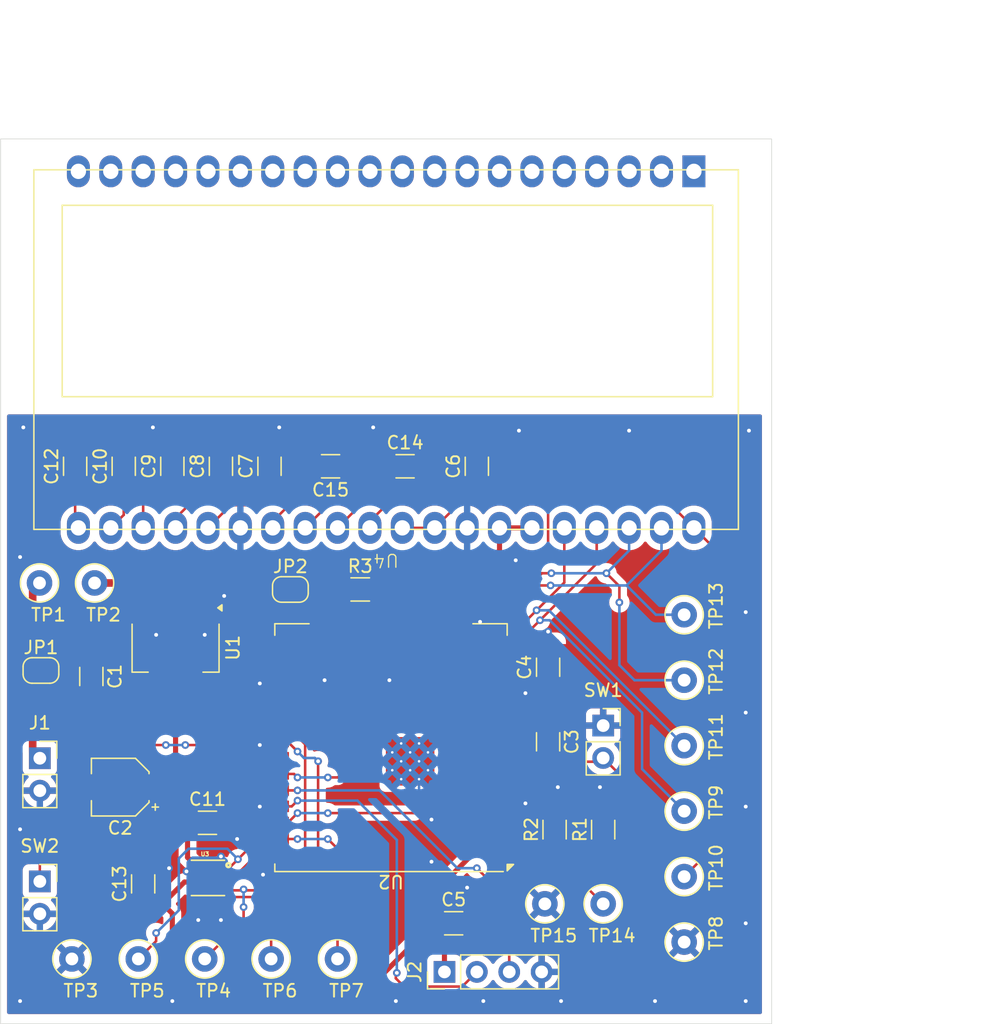
<source format=kicad_pcb>
(kicad_pcb (version 20240108) (generator "pcbnew") (generator_version "8.0")
  (layers (0 "F.Cu" signal) (31 "B.Cu" signal) (34 "B.Paste" user) (35 "F.Paste" user) (36 "B.SilkS" user "B.Silkscreen") (37 "F.SilkS" user "F.Silkscreen") (38 "B.Mask" user) (39 "F.Mask" user) (44 "Edge.Cuts" user))
  (net 0 "")
  (net 1 "+5V")
  (net 2 "GND")
  (net 3 "+3V3")
  (net 4 "Net-(C3-Pad2)")
  (net 5 "Net-(U2-EN)")
  (net 6 "Net-(U4-CAP3P)")
  (net 7 "Net-(U4-V4)")
  (net 8 "Net-(U4-V3)")
  (net 9 "Net-(U4-V2)")
  (net 10 "Net-(U4-V1)")
  (net 11 "Net-(U4-V0)")
  (net 12 "Net-(U4-CAP1N)")
  (net 13 "Net-(U4-CAP1P)")
  (net 14 "Net-(U4-CAP2P)")
  (net 15 "Net-(U4-CAP2N)")
  (net 16 "Net-(J1-Pin_1)")
  (net 17 "Net-(U2-IO18)")
  (net 18 "Net-(U2-IO5)")
  (net 19 "Net-(U2-IO19)")
  (net 20 "Net-(U2-IO23)")
  (net 21 "Net-(U2-IO14)")
  (net 22 "Net-(U2-IO15)")
  (net 23 "Net-(U2-IO12)")
  (net 24 "Net-(U2-IO21)")
  (net 25 "Net-(U2-IO22)")
  (net 37 "Net-(JP2-B)")
  (net 38 "Net-(J2-Pin_3)")
  (net 43 "Net-(JP2-A)")
  (net 46 "Net-(J2-Pin_2)")
  (net 50 "Net-(U2-IO0)")
  (footprint "Capacitor_SMD:C_1206_3216Metric_Pad1.33x1.80mm_HandSolder" (layer "F.Cu") (at 157.734 56.388 90)
    (property "Reference" "C6")
    (property "Value" "1 uF")
  )
  (footprint "gos:DOGM132-5" (layer "F.Cu") (at 150.622 43.434 180)
    (property "Reference" "U4")
    (property "Value" "~")
  )
  (footprint "RF_Module:ESP32-WROOM-32UE" (layer "F.Cu") (at 151.003 78.438 180)
    (property "Reference" "U2")
    (property "Value" "ESP32-WROOM-32UE")
  )
  (footprint "TestPoint:TestPoint_Loop_D2.50mm_Drill1.0mm" (layer "F.Cu") (at 167.64 90.678)
    (property "Reference" "TP14")
    (property "Value" "EN")
  )
  (footprint "Capacitor_SMD:C_1206_3216Metric_Pad1.33x1.80mm_HandSolder" (layer "F.Cu") (at 130.048 56.388 90)
    (property "Reference" "C10")
    (property "Value" "1 uF")
  )
  (footprint "Capacitor_SMD:C_1206_3216Metric_Pad1.33x1.80mm_HandSolder" (layer "F.Cu") (at 152.1075 56.388)
    (property "Reference" "C14")
    (property "Value" "1 uF")
  )
  (footprint "TestPoint:TestPoint_Loop_D2.50mm_Drill1.0mm" (layer "F.Cu") (at 146.812 94.996)
    (property "Reference" "TP7")
    (property "Value" "VSPI MOSI")
  )
  (footprint "Capacitor_SMD:C_1206_3216Metric_Pad1.33x1.80mm_HandSolder" (layer "F.Cu") (at 163.322 72.136 90)
    (property "Reference" "C4")
    (property "Value" "1 uF")
  )
  (footprint "Connector_PinHeader_2.54mm:PinHeader_1x04_P2.54mm_Vertical" (layer "F.Cu") (at 155.194 96.012 90)
    (property "Reference" "J2")
    (property "Value" "UART")
  )
  (footprint "Capacitor_SMD:C_1206_3216Metric_Pad1.33x1.80mm_HandSolder" (layer "F.Cu") (at 141.478 56.388 90)
    (property "Reference" "C7")
    (property "Value" "1 uF")
  )
  (footprint "TestPoint:TestPoint_Loop_D2.50mm_Drill1.0mm" (layer "F.Cu") (at 125.984 94.996)
    (property "Reference" "TP3")
    (property "Value" "VSPI GND")
  )
  (footprint "Capacitor_SMD:C_1206_3216Metric_Pad1.33x1.80mm_HandSolder" (layer "F.Cu") (at 133.858 56.388 90)
    (property "Reference" "C9")
    (property "Value" "1 uF")
  )
  (footprint "TestPoint:TestPoint_Loop_D2.50mm_Drill1.0mm" (layer "F.Cu") (at 173.99 93.6752 90)
    (property "Reference" "TP8")
    (property "Value" "HSPI GND")
  )
  (footprint "TestPoint:TestPoint_Loop_D2.50mm_Drill1.0mm" (layer "F.Cu") (at 173.99 88.5444 90)
    (property "Reference" "TP10")
    (property "Value" "HSPI CS")
  )
  (footprint "Capacitor_SMD:C_1206_3216Metric_Pad1.33x1.80mm_HandSolder" (layer "F.Cu") (at 155.9175 92.202)
    (property "Reference" "C5")
    (property "Value" "100 nF")
  )
  (footprint "Connector_PinSocket_2.54mm:PinSocket_1x02_P2.54mm_Vertical" (layer "F.Cu") (at 123.469 88.92)
    (property "Reference" "SW2")
    (property "Value" "BOOT")
  )
  (footprint "TestPoint:TestPoint_Loop_D2.50mm_Drill1.0mm" (layer "F.Cu") (at 136.398 94.996)
    (property "Reference" "TP4")
    (property "Value" "VSPI CLK")
  )
  (footprint "TestPoint:TestPoint_Loop_D2.50mm_Drill1.0mm" (layer "F.Cu") (at 173.99 73.152 90)
    (property "Reference" "TP12")
    (property "Value" "A0")
  )
  (footprint "Package_TO_SOT_SMD:SOT-223-3_TabPin2" (layer "F.Cu") (at 134.112 70.612 -90)
    (property "Reference" "U1")
    (property "Value" "LD1117S33TR_SOT223")
  )
  (footprint "TestPoint:TestPoint_Loop_D2.50mm_Drill1.0mm" (layer "F.Cu") (at 141.605 94.996)
    (property "Reference" "TP6")
    (property "Value" "VSPI MISO")
  )
  (footprint "TestPoint:TestPoint_Loop_D2.50mm_Drill1.0mm" (layer "F.Cu") (at 173.99 68.0212 90)
    (property "Reference" "TP13")
    (property "Value" "DISP RST")
  )
  (footprint "gos:PSON65P250X250X100-8N" (layer "F.Cu") (at 136.652 88.646)
    (property "Reference" "U3")
    (property "Value" "BME280")
  )
  (footprint "Capacitor_SMD:CP_Elec_4x5.4" (layer "F.Cu") (at 129.772 81.534 180)
    (property "Reference" "C2")
    (property "Value" "22 uF")
  )
  (footprint "Resistor_SMD:R_1206_3216Metric_Pad1.30x1.75mm_HandSolder" (layer "F.Cu") (at 167.64 84.862 90)
    (property "Reference" "R1")
    (property "Value" "10")
  )
  (footprint "TestPoint:TestPoint_Loop_D2.50mm_Drill1.0mm" (layer "F.Cu") (at 173.99 78.2828 90)
    (property "Reference" "TP11")
    (property "Value" "HSPI MISO")
  )
  (footprint "Connector_PinSocket_2.54mm:PinSocket_1x02_P2.54mm_Vertical" (layer "F.Cu") (at 167.64 76.708)
    (property "Reference" "SW1")
    (property "Value" "EN")
  )
  (footprint "Capacitor_SMD:C_1206_3216Metric_Pad1.33x1.80mm_HandSolder" (layer "F.Cu") (at 146.2655 56.388 180)
    (property "Reference" "C15")
    (property "Value" "1 uF")
  )
  (footprint "Capacitor_SMD:C_1206_3216Metric_Pad1.33x1.80mm_HandSolder" (layer "F.Cu") (at 136.6135 84.328)
    (property "Reference" "C11")
    (property "Value" "100 nF")
  )
  (footprint "Capacitor_SMD:C_1206_3216Metric_Pad1.33x1.80mm_HandSolder" (layer "F.Cu") (at 126.238 56.388 90)
    (property "Reference" "C12")
    (property "Value" "1 uF")
  )
  (footprint "Capacitor_SMD:C_1206_3216Metric_Pad1.33x1.80mm_HandSolder" (layer "F.Cu") (at 163.322 77.978 -90)
    (property "Reference" "C3")
    (property "Value" "100 nF")
  )
  (footprint "Capacitor_SMD:C_1206_3216Metric_Pad1.33x1.80mm_HandSolder" (layer "F.Cu") (at 131.572 89.1155 90)
    (property "Reference" "C13")
    (property "Value" "100 nF")
  )
  (footprint "TestPoint:TestPoint_Loop_D2.50mm_Drill1.0mm" (layer "F.Cu") (at 123.444 65.532)
    (property "Reference" "TP1")
    (property "Value" "I")
  )
  (footprint "Resistor_SMD:R_1206_3216Metric_Pad1.30x1.75mm_HandSolder" (layer "F.Cu") (at 163.83 84.862 90)
    (property "Reference" "R2")
    (property "Value" "10k")
  )
  (footprint "Resistor_SMD:R_1206_3216Metric_Pad1.30x1.75mm_HandSolder" (layer "F.Cu") (at 148.59 66.04)
    (property "Reference" "R3")
    (property "Value" "10k")
  )
  (footprint "TestPoint:TestPoint_Loop_D2.50mm_Drill1.0mm" (layer "F.Cu") (at 163.068 90.678)
    (property "Reference" "TP15")
    (property "Value" "EN GND")
  )
  (footprint "Jumper:SolderJumper-2_P1.3mm_Open_RoundedPad1.0x1.5mm" (layer "F.Cu") (at 123.556 72.39)
    (property "Reference" "JP1")
    (property "Value" "ID_WP")
  )
  (footprint "Jumper:SolderJumper-2_P1.3mm_Open_RoundedPad1.0x1.5mm" (layer "F.Cu") (at 143.114 66.04)
    (property "Reference" "JP2")
    (property "Value" "ID_WP")
  )
  (footprint "TestPoint:TestPoint_Loop_D2.50mm_Drill1.0mm" (layer "F.Cu") (at 127.762 65.532)
    (property "Reference" "TP2")
    (property "Value" "I")
  )
  (footprint "TestPoint:TestPoint_Loop_D2.50mm_Drill1.0mm" (layer "F.Cu") (at 131.191 94.996)
    (property "Reference" "TP5")
    (property "Value" "VSPI CS")
  )
  (footprint "TestPoint:TestPoint_Loop_D2.50mm_Drill1.0mm" (layer "F.Cu") (at 173.99 83.4136 90)
    (property "Reference" "TP9")
    (property "Value" "HSPI CLK")
  )
  (footprint "Capacitor_SMD:C_1206_3216Metric_Pad1.33x1.80mm_HandSolder" (layer "F.Cu") (at 137.668 56.388 90)
    (property "Reference" "C8")
    (property "Value" "1 uF")
  )
  (footprint "Connector_PinSocket_2.54mm:PinSocket_1x02_P2.54mm_Vertical" (layer "F.Cu") (at 123.469 79.268)
    (property "Reference" "J1")
    (property "Value" "Power")
  )
  (footprint "Capacitor_SMD:C_1206_3216Metric_Pad1.33x1.80mm_HandSolder" (layer "F.Cu") (at 127.508 72.8595 -90)
    (property "Reference" "C1")
    (property "Value" ".1 uF")
  )
  (gr_rect (start 120.396 30.734) (end 180.848 100.076) (stroke (width 0.05)) (fill none) (layer "Edge.Cuts"))
  (segment (start 127.508 71.297) (end 127.508 69.85) (width 0.6) (layer "F.Cu") (net 1))
  (segment (start 129.882 65.532) (end 127.762 65.532) (width 0.6) (layer "F.Cu") (net 1))
  (segment (start 124.46 72.39) (end 125.553 71.297) (width 0.6) (layer "F.Cu") (net 1))
  (segment (start 127.508 69.85) (end 127.762 69.596) (width 0.6) (layer "F.Cu") (net 1))
  (segment (start 131.812 67.462) (end 129.882 65.532) (width 0.6) (layer "F.Cu") (net 1))
  (segment (start 124.206 72.39) (end 124.46 72.39) (width 0.6) (layer "F.Cu") (net 1))
  (segment (start 125.553 71.297) (end 127.508 71.297) (width 0.6) (layer "F.Cu") (net 1))
  (segment (start 127.762 69.596) (end 129.678 69.596) (width 0.6) (layer "F.Cu") (net 1))
  (segment (start 129.678 69.596) (end 131.812 67.462) (width 0.6) (layer "F.Cu") (net 1))
  (segment (start 135.149 88.321) (end 134.966 88.138) (width 0.2) (layer "F.Cu") (net 2))
  (segment (start 156.718 69.088) (end 157.48 69.088) (width 0.2) (layer "F.Cu") (net 2))
  (segment (start 131.572 87.553) (end 133.273 87.553) (width 0.2) (layer "F.Cu") (net 2))
  (segment (start 157.48 92.202) (end 157.48 89.916) (width 0.2) (layer "F.Cu") (net 2))
  (segment (start 136.818 67.056) (end 136.412 67.462) (width 0.2) (layer "F.Cu") (net 2))
  (segment (start 137.622 87.671) (end 137.622 87.006) (width 0.2) (layer "F.Cu") (net 2))
  (segment (start 157.48 89.916) (end 156.972 89.408) (width 0.2) (layer "F.Cu") (net 2))
  (segment (start 138.176 84.328) (end 138.176 84.836) (width 0.2) (layer "F.Cu") (net 2))
  (segment (start 135.682 88.321) (end 135.149 88.321) (width 0.2) (layer "F.Cu") (net 2))
  (segment (start 137.922 66.548) (end 137.414 67.056) (width 0.4) (layer "F.Cu") (net 2))
  (segment (start 137.622 87.006) (end 137.668 86.96) (width 0.2) (layer "F.Cu") (net 2))
  (segment (start 133.273 87.553) (end 133.604 87.884) (width 0.2) (layer "F.Cu") (net 2))
  (segment (start 137.414 67.056) (end 136.818 67.056) (width 0.4) (layer "F.Cu") (net 2))
  (segment (start 142.253 86.848) (end 142.253 87.109) (width 0.2) (layer "F.Cu") (net 2))
  (segment (start 138.176 84.836) (end 138.938 85.598) (width 0.2) (layer "F.Cu") (net 2))
  (segment (start 157.48 69.088) (end 157.988 68.58) (width 0.2) (layer "F.Cu") (net 2))
  (segment (start 163.322 69.342) (end 163.322 70.5735) (width 0.2) (layer "F.Cu") (net 2))
  (segment (start 142.253 87.109) (end 140.97 88.392) (width 0.2) (layer "F.Cu") (net 2))
  (via (at 161.544 74.168) (size 0.6) (drill 0.3) (layers "F.Cu" "B.Cu") (net 2))
  (via (at 164.084 81.534) (size 0.6) (drill 0.3) (layers "F.Cu" "B.Cu") (net 2))
  (via (at 136.398 69.596) (size 0.6) (drill 0.3) (layers "F.Cu" "B.Cu") (net 2))
  (via (at 135.89 91.948) (size 0.6) (drill 0.3) (layers "F.Cu" "B.Cu") (net 2))
  (via (at 156.972 89.408) (size 0.6) (drill 0.3) (layers "F.Cu" "B.Cu") (net 2))
  (via (at 140.716 73.406) (size 0.6) (drill 0.3) (layers "F.Cu" "B.Cu") (net 2))
  (via (at 150.876 73.152) (size 0.6) (drill 0.3) (layers "F.Cu" "B.Cu") (net 2))
  (via (at 169.672 53.594) (size 0.6) (drill 0.3) (layers "F.Cu" "B.Cu") (net 2))
  (via (at 137.668 86.96) (size 0.6) (drill 0.3) (layers "F.Cu" "B.Cu") (net 2))
  (via (at 140.97 88.392) (size 0.6) (drill 0.3) (layers "F.Cu" "B.Cu") (net 2))
  (via (at 149.606 53.34) (size 0.6) (drill 0.3) (layers "F.Cu" "B.Cu") (net 2))
  (via (at 179.07 53.594) (size 0.6) (drill 0.3) (layers "F.Cu" "B.Cu") (net 2))
  (via (at 161.544 82.804) (size 0.6) (drill 0.3) (layers "F.Cu" "B.Cu") (net 2))
  (via (at 142.24 53.34) (size 0.6) (drill 0.3) (layers "F.Cu" "B.Cu") (net 2))
  (via (at 178.816 67.818) (size 0.6) (drill 0.3) (layers "F.Cu" "B.Cu") (net 2))
  (via (at 171.704 98.298) (size 0.6) (drill 0.3) (layers "F.Cu" "B.Cu") (net 2))
  (via (at 133.604 87.884) (size 0.6) (drill 0.3) (layers "F.Cu" "B.Cu") (net 2))
  (via (at 164.338 98.298) (size 0.6) (drill 0.3) (layers "F.Cu" "B.Cu") (net 2))
  (via (at 154.178 87.376) (size 0.6) (drill 0.3) (layers "F.Cu" "B.Cu") (net 2))
  (via (at 163.322 69.342) (size 0.6) (drill 0.3) (layers "F.Cu" "B.Cu") (net 2))
  (via (at 178.816 83.058) (size 0.6) (drill 0.3) (layers "F.Cu" "B.Cu") (net 2))
  (via (at 145.796 73.152) (size 0.6) (drill 0.3) (layers "F.Cu" "B.Cu") (net 2))
  (via (at 157.988 68.58) (size 0.6) (drill 0.3) (layers "F.Cu" "B.Cu") (net 2))
  (via (at 137.922 66.548) (size 0.6) (drill 0.3) (layers "F.Cu" "B.Cu") (net 2))
  (via (at 132.334 53.34) (size 0.6) (drill 0.3) (layers "F.Cu" "B.Cu") (net 2))
  (via (at 121.92 98.298) (size 0.6) (drill 0.3) (layers "F.Cu" "B.Cu") (net 2))
  (via (at 178.816 98.298) (size 0.6) (drill 0.3) (layers "F.Cu" "B.Cu") (net 2))
  (via (at 121.92 84.836) (size 0.6) (drill 0.3) (layers "F.Cu" "B.Cu") (net 2))
  (via (at 121.92 63.5) (size 0.6) (drill 0.3) (layers "F.Cu" "B.Cu") (net 2))
  (via (at 161.036 53.594) (size 0.6) (drill 0.3) (layers "F.Cu" "B.Cu") (net 2))
  (via (at 178.816 75.692) (size 0.6) (drill 0.3) (layers "F.Cu" "B.Cu") (net 2))
  (via (at 140.716 83.058) (size 0.6) (drill 0.3) (layers "F.Cu" "B.Cu") (net 2))
  (via (at 167.386 81.534) (size 0.6) (drill 0.3) (layers "F.Cu" "B.Cu") (net 2))
  (via (at 122.174 53.34) (size 0.6) (drill 0.3) (layers "F.Cu" "B.Cu") (net 2))
  (via (at 132.588 69.596) (size 0.6) (drill 0.3) (layers "F.Cu" "B.Cu") (net 2))
  (via (at 134.966 88.138) (size 0.6) (drill 0.3) (layers "F.Cu" "B.Cu") (net 2))
  (via (at 158.242 98.298) (size 0.6) (drill 0.3) (layers "F.Cu" "B.Cu") (net 2))
  (via (at 140.716 78.232) (size 0.6) (drill 0.3) (layers "F.Cu" "B.Cu") (net 2))
  (via (at 133.858 98.298) (size 0.6) (drill 0.3) (layers "F.Cu" "B.Cu") (net 2))
  (via (at 160.782 63.754) (size 0.6) (drill 0.3) (layers "F.Cu" "B.Cu") (net 2))
  (via (at 154.178 84.074) (size 0.6) (drill 0.3) (layers "F.Cu" "B.Cu") (net 2))
  (via (at 137.668 91.948) (size 0.6) (drill 0.3) (layers "F.Cu" "B.Cu") (net 2))
  (via (at 178.816 92.202) (size 0.6) (drill 0.3) (layers "F.Cu" "B.Cu") (net 2))
  (via (at 151.384 98.298) (size 0.6) (drill 0.3) (layers "F.Cu" "B.Cu") (net 2))
  (via (at 138.938 85.598) (size 0.6) (drill 0.3) (layers "F.Cu" "B.Cu") (net 2))
  (segment (start 153.203 83.099) (end 154.178 84.074) (width 0.2) (layer "B.Cu") (net 2))
  (segment (start 156.972 89.408) (end 154.94 87.376) (width 0.2) (layer "B.Cu") (net 2))
  (segment (start 153.203 80.908) (end 153.203 83.099) (width 0.2) (layer "B.Cu") (net 2))
  (segment (start 160.528 68.58) (end 161.29 69.342) (width 0.2) (layer "B.Cu") (net 2))
  (segment (start 139.192 61.214) (end 139.192 65.278) (width 0.4) (layer "B.Cu") (net 2))
  (segment (start 154.94 87.376) (end 154.178 87.376) (width 0.2) (layer "B.Cu") (net 2))
  (segment (start 157.988 68.58) (end 160.528 68.58) (width 0.2) (layer "B.Cu") (net 2))
  (segment (start 139.192 65.278) (end 137.922 66.548) (width 0.4) (layer "B.Cu") (net 2))
  (segment (start 157.988 68.58) (end 156.972 67.564) (width 0.2) (layer "B.Cu") (net 2))
  (segment (start 156.972 67.564) (end 156.972 61.214) (width 0.2) (layer "B.Cu") (net 2))
  (segment (start 161.29 69.342) (end 163.322 69.342) (width 0.2) (layer "B.Cu") (net 2))
  (segment (start 135.051 84.328) (end 135.051 87.04) (width 0.4) (layer "F.Cu") (net 3))
  (segment (start 135.051 84.328) (end 132.334 84.328) (width 0.4) (layer "F.Cu") (net 3))
  (segment (start 131.572 81.534) (end 134.112 78.994) (width 0.4) (layer "F.Cu") (net 3))
  (segment (start 159.512 65.532) (end 159.004 66.04) (width 0.4) (layer "F.Cu") (net 3))
  (segment (start 159.753 85.578) (end 162.996 85.578) (width 0.4) (layer "F.Cu") (net 3))
  (segment (start 131.572 83.566) (end 131.572 81.534) (width 0.4) (layer "F.Cu") (net 3))
  (segment (start 133.858 91.44) (end 133.858 95.758) (width 0.4) (layer "F.Cu") (net 3))
  (segment (start 134.112 67.462) (end 134.112 73.762) (width 0.4) (layer "F.Cu") (net 3))
  (segment (start 133.096 90.678) (end 133.858 91.44) (width 0.4) (layer "F.Cu") (net 3))
  (segment (start 131.572 90.678) (end 133.096 90.678) (width 0.4) (layer "F.Cu") (net 3))
  (segment (start 155.194 93.041) (end 155.194 96.012) (width 0.4) (layer "F.Cu") (net 3))
  (segment (start 159.004 63.5) (end 159.512 62.992) (width 0.4) (layer "F.Cu") (net 3))
  (segment (start 134.112 67.462) (end 138.074 63.5) (width 0.4) (layer "F.Cu") (net 3))
  (segment (start 133.096 90.678) (end 134.803 88.971) (width 0.4) (layer "F.Cu") (net 3))
  (segment (start 129.794 86.614) (end 129.794 88.9) (width 0.4) (layer "F.Cu") (net 3))
  (segment (start 129.794 88.9) (end 131.572 90.678) (width 0.4) (layer "F.Cu") (net 3))
  (segment (start 135.051 87.04) (end 135.682 87.671) (width 0.4) (layer "F.Cu") (net 3))
  (segment (start 132.334 84.328) (end 131.572 83.566) (width 0.4) (layer "F.Cu") (net 3))
  (segment (start 135.636 97.536) (end 149.021 97.536) (width 0.4) (layer "F.Cu") (net 3))
  (segment (start 132.08 84.328) (end 129.794 86.614) (width 0.4) (layer "F.Cu") (net 3))
  (segment (start 162.996 85.578) (end 163.83 86.412) (width 0.4) (layer "F.Cu") (net 3))
  (segment (start 159.512 61.214) (end 162.052 61.214) (width 0.4) (layer "F.Cu") (net 3))
  (segment (start 132.334 84.328) (end 132.08 84.328) (width 0.4) (layer "F.Cu") (net 3))
  (segment (start 134.803 88.971) (end 135.682 88.971) (width 0.4) (layer "F.Cu") (net 3))
  (segment (start 159.512 64.008) (end 159.512 65.532) (width 0.4) (layer "F.Cu") (net 3))
  (segment (start 154.355 89.826) (end 158.603 85.578) (width 0.4) (layer "F.Cu") (net 3))
  (segment (start 159.004 63.5) (end 159.512 64.008) (width 0.4) (layer "F.Cu") (net 3))
  (segment (start 158.603 85.578) (end 159.753 85.578) (width 0.4) (layer "F.Cu") (net 3))
  (segment (start 138.074 63.5) (end 159.004 63.5) (width 0.4) (layer "F.Cu") (net 3))
  (segment (start 154.355 92.202) (end 154.355 89.826) (width 0.4) (layer "F.Cu") (net 3))
  (segment (start 159.512 62.992) (end 159.512 61.214) (width 0.4) (layer "F.Cu") (net 3))
  (segment (start 149.021 97.536) (end 154.355 92.202) (width 0.4) (layer "F.Cu") (net 3))
  (segment (start 150.14 66.04) (end 149.86 66.04) (width 0.2) (layer "F.Cu") (net 3))
  (segment (start 159.004 66.04) (end 150.14 66.04) (width 0.4) (layer "F.Cu") (net 3))
  (segment (start 133.858 95.758) (end 135.636 97.536) (width 0.4) (layer "F.Cu") (net 3))
  (segment (start 154.355 92.202) (end 155.194 93.041) (width 0.4) (layer "F.Cu") (net 3))
  (segment (start 134.112 78.994) (end 134.112 73.762) (width 0.4) (layer "F.Cu") (net 3))
  (segment (start 167.3475 79.5405) (end 167.64 79.248) (width 0.2) (layer "F.Cu") (net 4))
  (segment (start 167.64 79.248) (end 169.418 81.026) (width 0.2) (layer "F.Cu") (net 4))
  (segment (start 169.418 84.634) (end 167.64 86.412) (width 0.2) (layer "F.Cu") (net 4))
  (segment (start 169.418 81.026) (end 169.418 84.634) (width 0.2) (layer "F.Cu") (net 4))
  (segment (start 163.322 79.5405) (end 167.3475 79.5405) (width 0.2) (layer "F.Cu") (net 4))
  (segment (start 162.834 84.308) (end 163.83 83.312) (width 0.2) (layer "F.Cu") (net 5))
  (segment (start 163.83 83.312) (end 167.64 83.312) (width 0.2) (layer "F.Cu") (net 5))
  (segment (start 163.322 73.6985) (end 161.798 75.2225) (width 0.2) (layer "F.Cu") (net 5))
  (segment (start 166.116 85.344) (end 166.116 89.154) (width 0.2) (layer "F.Cu") (net 5))
  (segment (start 159.753 84.308) (end 162.834 84.308) (width 0.2) (layer "F.Cu") (net 5))
  (segment (start 161.798 81.28) (end 163.83 83.312) (width 0.2) (layer "F.Cu") (net 5))
  (segment (start 161.798 75.2225) (end 161.798 81.28) (width 0.2) (layer "F.Cu") (net 5))
  (segment (start 167.64 83.312) (end 167.64 83.82) (width 0.2) (layer "F.Cu") (net 5))
  (segment (start 167.64 83.82) (end 166.116 85.344) (width 0.2) (layer "F.Cu") (net 5))
  (segment (start 166.116 89.154) (end 167.64 90.678) (width 0.2) (layer "F.Cu") (net 5))
  (segment (start 157.734 57.9505) (end 157.6955 57.9505) (width 0.2) (layer "F.Cu") (net 6))
  (segment (start 157.6955 57.9505) (end 154.432 61.214) (width 0.2) (layer "F.Cu") (net 6))
  (segment (start 151.892 61.214) (end 154.432 61.214) (width 0.2) (layer "F.Cu") (net 6))
  (segment (start 139.9925 59.436) (end 138.43 59.436) (width 0.2) (layer "F.Cu") (net 7))
  (segment (start 138.43 59.436) (end 136.652 61.214) (width 0.2) (layer "F.Cu") (net 7))
  (segment (start 141.478 57.9505) (end 139.9925 59.436) (width 0.2) (layer "F.Cu") (net 7))
  (segment (start 136.6135 57.9505) (end 134.112 60.452) (width 0.2) (layer "F.Cu") (net 8))
  (segment (start 134.112 60.452) (end 134.112 61.214) (width 0.2) (layer "F.Cu") (net 8))
  (segment (start 137.668 57.9505) (end 136.6135 57.9505) (width 0.2) (layer "F.Cu") (net 8))
  (segment (start 132.588 57.912) (end 132.6265 57.9505) (width 0.2) (layer "F.Cu") (net 9))
  (segment (start 131.572 58.928) (end 132.588 57.912) (width 0.2) (layer "F.Cu") (net 9))
  (segment (start 131.572 61.214) (end 131.572 58.928) (width 0.2) (layer "F.Cu") (net 9))
  (segment (start 132.6265 57.9505) (end 133.858 57.9505) (width 0.2) (layer "F.Cu") (net 9))
  (segment (start 130.048 60.198) (end 129.032 61.214) (width 0.2) (layer "F.Cu") (net 10))
  (segment (start 130.048 57.9505) (end 130.048 60.198) (width 0.2) (layer "F.Cu") (net 10))
  (segment (start 126.238 60.96) (end 126.492 61.214) (width 0.2) (layer "F.Cu") (net 11))
  (segment (start 126.238 57.9505) (end 126.238 60.96) (width 0.2) (layer "F.Cu") (net 11))
  (segment (start 153.67 56.388) (end 149.352 60.706) (width 0.2) (layer "F.Cu") (net 12))
  (segment (start 149.352 60.706) (end 149.352 61.214) (width 0.2) (layer "F.Cu") (net 12))
  (segment (start 150.545 56.388) (end 150.545 57.481) (width 0.2) (layer "F.Cu") (net 13))
  (segment (start 150.545 57.481) (end 146.812 61.214) (width 0.2) (layer "F.Cu") (net 13))
  (segment (start 147.828 57.658) (end 144.272 61.214) (width 0.2) (layer "F.Cu") (net 14))
  (segment (start 147.828 56.388) (end 147.828 57.658) (width 0.2) (layer "F.Cu") (net 14))
  (segment (start 144.703 57.735) (end 141.732 60.706) (width 0.2) (layer "F.Cu") (net 15))
  (segment (start 144.703 56.388) (end 144.703 57.735) (width 0.2) (layer "F.Cu") (net 15))
  (segment (start 141.732 60.706) (end 141.732 61.214) (width 0.2) (layer "F.Cu") (net 15))
  (segment (start 122.906 72.39) (end 122.906 66.07) (width 0.6) (layer "F.Cu") (net 16))
  (segment (start 123.469 79.268) (end 122.906 78.705) (width 0.6) (layer "F.Cu") (net 16))
  (segment (start 122.906 66.07) (end 123.444 65.532) (width 0.6) (layer "F.Cu") (net 16))
  (segment (start 122.906 78.705) (end 122.906 72.39) (width 0.6) (layer "F.Cu") (net 16))
  (segment (start 142.535 89.621) (end 144.272 87.884) (width 0.2) (layer "F.Cu") (net 17))
  (segment (start 144.272 87.884) (end 144.272 78.177) (width 0.2) (layer "F.Cu") (net 17))
  (segment (start 137.622 89.621) (end 142.535 89.621) (width 0.2) (layer "F.Cu") (net 17))
  (segment (start 142.783 76.688) (end 142.253 76.688) (width 0.2) (layer "F.Cu") (net 17))
  (segment (start 144.272 78.177) (end 142.783 76.688) (width 0.2) (layer "F.Cu") (net 17))
  (segment (start 139.446 91.948) (end 139.446 90.932) (width 0.2) (layer "F.Cu") (net 17))
  (segment (start 136.398 94.996) (end 139.446 91.948) (width 0.2) (layer "F.Cu") (net 17))
  (via (at 139.446 90.932) (size 0.6) (drill 0.3) (layers "F.Cu" "B.Cu") (net 17))
  (via (at 139.446 89.546) (size 0.6) (drill 0.3) (layers "F.Cu" "B.Cu") (net 17))
  (segment (start 139.446 90.932) (end 139.446 89.546) (width 0.2) (layer "B.Cu") (net 17))
  (segment (start 139.954 76.2) (end 140.736 75.418) (width 0.2) (layer "F.Cu") (net 18))
  (segment (start 139.954 86.234) (end 139.954 76.2) (width 0.2) (layer "F.Cu") (net 18))
  (segment (start 137.622 88.321) (end 137.867 88.321) (width 0.2) (layer "F.Cu") (net 18))
  (segment (start 132.588 93.599) (end 132.588 92.964) (width 0.2) (layer "F.Cu") (net 18))
  (segment (start 140.736 75.418) (end 142.253 75.418) (width 0.2) (layer "F.Cu") (net 18))
  (segment (start 131.191 94.996) (end 132.588 93.599) (width 0.2) (layer "F.Cu") (net 18))
  (segment (start 137.867 88.321) (end 139.002 87.186) (width 0.2) (layer "F.Cu") (net 18))
  (segment (start 139.002 87.186) (end 139.954 86.234) (width 0.2) (layer "F.Cu") (net 18))
  (via (at 132.588 92.964) (size 0.6) (drill 0.3) (layers "F.Cu" "B.Cu") (net 18))
  (via (at 139.002 87.186) (size 0.6) (drill 0.3) (layers "F.Cu" "B.Cu") (net 18))
  (segment (start 134.366 87.122) (end 135.128 86.36) (width 0.2) (layer "B.Cu") (net 18))
  (segment (start 135.128 86.36) (end 138.176 86.36) (width 0.2) (layer "B.Cu") (net 18))
  (segment (start 134.366 91.186) (end 134.366 87.122) (width 0.2) (layer "B.Cu") (net 18))
  (segment (start 132.588 92.964) (end 134.366 91.186) (width 0.2) (layer "B.Cu") (net 18))
  (segment (start 138.176 86.36) (end 139.002 87.186) (width 0.2) (layer "B.Cu") (net 18))
  (segment (start 141.605 90.273) (end 141.732 90.146) (width 0.2) (layer "F.Cu") (net 19))
  (segment (start 136.207 90.146) (end 141.732 90.146) (width 0.2) (layer "F.Cu") (net 19))
  (segment (start 142.772 90.146) (end 145.288 87.63) (width 0.2) (layer "F.Cu") (net 19))
  (segment (start 135.682 89.621) (end 136.207 90.146) (width 0.2) (layer "F.Cu") (net 19))
  (segment (start 143.672 78.74) (end 142.89 77.958) (width 0.2) (layer "F.Cu") (net 19))
  (segment (start 141.732 90.146) (end 142.772 90.146) (width 0.2) (layer "F.Cu") (net 19))
  (segment (start 145.288 87.63) (end 145.288 79.502) (width 0.2) (layer "F.Cu") (net 19))
  (segment (start 141.605 94.996) (end 141.605 90.273) (width 0.2) (layer "F.Cu") (net 19))
  (segment (start 142.89 77.958) (end 142.253 77.958) (width 0.2) (layer "F.Cu") (net 19))
  (via (at 145.288 79.502) (size 0.6) (drill 0.3) (layers "F.Cu" "B.Cu") (net 19))
  (via (at 143.672 78.74) (size 0.6) (drill 0.3) (layers "F.Cu" "B.Cu") (net 19))
  (segment (start 143.672 78.74) (end 144.18 79.248) (width 0.2) (layer "B.Cu") (net 19))
  (segment (start 144.18 79.248) (end 145.034 79.248) (width 0.2) (layer "B.Cu") (net 19))
  (segment (start 145.034 79.248) (end 145.288 79.502) (width 0.2) (layer "B.Cu") (net 19))
  (segment (start 146.812 94.996) (end 146.812 86.36) (width 0.2) (layer "F.Cu") (net 20))
  (segment (start 138.33 88.971) (end 141.723 85.578) (width 0.2) (layer "F.Cu") (net 20))
  (segment (start 143.672 85.598) (end 142.273 85.598) (width 0.2) (layer "F.Cu") (net 20))
  (segment (start 142.273 85.598) (end 142.253 85.578) (width 0.2) (layer "F.Cu") (net 20))
  (segment (start 141.723 85.578) (end 142.253 85.578) (width 0.2) (layer "F.Cu") (net 20))
  (segment (start 146.812 86.36) (end 146.05 85.598) (width 0.2) (layer "F.Cu") (net 20))
  (segment (start 137.622 88.971) (end 138.33 88.971) (width 0.2) (layer "F.Cu") (net 20))
  (via (at 146.05 85.598) (size 0.6) (drill 0.3) (layers "F.Cu" "B.Cu") (net 20))
  (via (at 143.672 85.598) (size 0.6) (drill 0.3) (layers "F.Cu" "B.Cu") (net 20))
  (segment (start 146.05 85.598) (end 143.672 85.598) (width 0.2) (layer "B.Cu") (net 20))
  (segment (start 160.283 71.608) (end 159.753 71.608) (width 0.2) (layer "F.Cu") (net 21))
  (segment (start 161.29 70.601) (end 160.283 71.608) (width 0.2) (layer "F.Cu") (net 21))
  (segment (start 161.29 69.85) (end 161.29 70.601) (width 0.2) (layer "F.Cu") (net 21))
  (segment (start 167.132 64.008) (end 162.687 68.453) (width 0.2) (layer "F.Cu") (net 21))
  (segment (start 167.132 61.214) (end 167.132 64.008) (width 0.2) (layer "F.Cu") (net 21))
  (segment (start 162.687 68.453) (end 161.29 69.85) (width 0.2) (layer "F.Cu") (net 21))
  (via (at 162.687 68.453) (size 0.6) (drill 0.3) (layers "F.Cu" "B.Cu") (net 21))
  (segment (start 170.688 80.1116) (end 170.688 75.692) (width 0.2) (layer "B.Cu") (net 21))
  (segment (start 163.449 68.453) (end 162.687 68.453) (width 0.2) (layer "B.Cu") (net 21))
  (segment (start 173.99 83.4136) (end 170.688 80.1116) (width 0.2) (layer "B.Cu") (net 21))
  (segment (start 170.688 75.692) (end 163.449 68.453) (width 0.2) (layer "B.Cu") (net 21))
  (segment (start 163.322 62.738) (end 158.496 67.564) (width 0.2) (layer "F.Cu") (net 22))
  (segment (start 163.322 59.944) (end 163.322 62.738) (width 0.2) (layer "F.Cu") (net 22))
  (segment (start 164.338 58.928) (end 163.322 59.944) (width 0.2) (layer "F.Cu") (net 22))
  (segment (start 158.496 67.564) (end 147.132 67.564) (width 0.2) (layer "F.Cu") (net 22))
  (segment (start 172.466 58.928) (end 164.338 58.928) (width 0.2) (layer "F.Cu") (net 22))
  (segment (start 146.558 68.138) (end 146.558 69.088) (width 0.2) (layer "F.Cu") (net 22))
  (segment (start 174.752 61.214) (end 177.8 64.262) (width 0.2) (layer "F.Cu") (net 22))
  (segment (start 147.132 67.564) (end 146.558 68.138) (width 0.2) (layer "F.Cu") (net 22))
  (segment (start 174.752 61.214) (end 172.466 58.928) (width 0.2) (layer "F.Cu") (net 22))
  (segment (start 177.8 84.7344) (end 173.99 88.5444) (width 0.2) (layer "F.Cu") (net 22))
  (segment (start 177.8 64.262) (end 177.8 84.7344) (width 0.2) (layer "F.Cu") (net 22))
  (segment (start 162.4165 67.6745) (end 159.753 70.338) (width 0.2) (layer "F.Cu") (net 23))
  (segment (start 164.592 65.499) (end 162.4165 67.6745) (width 0.2) (layer "F.Cu") (net 23))
  (segment (start 164.592 61.214) (end 164.592 65.499) (width 0.2) (layer "F.Cu") (net 23))
  (via (at 162.4165 67.6745) (size 0.6) (drill 0.3) (layers "F.Cu" "B.Cu") (net 23))
  (segment (start 173.99 78.2828) (end 163.3817 67.6745) (width 0.2) (layer "B.Cu") (net 23))
  (segment (start 163.3817 67.6745) (end 162.4165 67.6745) (width 0.2) (layer "B.Cu") (net 23))
  (segment (start 168.91 65.786) (end 167.894 64.77) (width 0.2) (layer "F.Cu") (net 24))
  (segment (start 146.834 80.772) (end 162.836 64.77) (width 0.2) (layer "F.Cu") (net 24))
  (segment (start 143.672 80.772) (end 143.398 80.498) (width 0.2) (layer "F.Cu") (net 24))
  (segment (start 162.836 64.77) (end 163.576 64.77) (width 0.2) (layer "F.Cu") (net 24))
  (segment (start 146.05 80.772) (end 146.834 80.772) (width 0.2) (layer "F.Cu") (net 24))
  (segment (start 143.398 80.498) (end 142.253 80.498) (width 0.2) (layer "F.Cu") (net 24))
  (segment (start 168.91 67.056) (end 168.91 65.786) (width 0.2) (layer "F.Cu") (net 24))
  (via (at 143.672 80.772) (size 0.6) (drill 0.3) (layers "F.Cu" "B.Cu") (net 24))
  (via (at 163.576 64.77) (size 0.6) (drill 0.3) (layers "F.Cu" "B.Cu") (net 24))
  (via (at 146.05 80.772) (size 0.6) (drill 0.3) (layers "F.Cu" "B.Cu") (net 24))
  (via (at 168.91 67.056) (size 0.6) (drill 0.3) (layers "F.Cu" "B.Cu") (net 24))
  (via (at 167.894 64.77) (size 0.6) (drill 0.3) (layers "F.Cu" "B.Cu") (net 24))
  (segment (start 170.093471 73.152) (end 168.91 71.968529) (width 0.2) (layer "B.Cu") (net 24))
  (segment (start 167.894 64.77) (end 169.672 62.992) (width 0.2) (layer "B.Cu") (net 24))
  (segment (start 163.576 64.77) (end 167.894 64.77) (width 0.2) (layer "B.Cu") (net 24))
  (segment (start 168.91 71.968529) (end 168.91 67.056) (width 0.2) (layer "B.Cu") (net 24))
  (segment (start 169.672 62.992) (end 169.672 61.214) (width 0.2) (layer "B.Cu") (net 24))
  (segment (start 173.99 73.152) (end 170.093471 73.152) (width 0.2) (layer "B.Cu") (net 24))
  (segment (start 143.672 80.772) (end 146.05 80.772) (width 0.2) (layer "B.Cu") (net 24))
  (segment (start 146.05 83.566) (end 152.845 83.566) (width 0.2) (layer "F.Cu") (net 25))
  (segment (start 152.845 83.566) (end 158.703 77.708) (width 0.2) (layer "F.Cu") (net 25))
  (segment (start 143.672 83.566) (end 142.93 84.308) (width 0.2) (layer "F.Cu") (net 25))
  (segment (start 158.703 77.708) (end 158.703 69.643) (width 0.2) (layer "F.Cu") (net 25))
  (segment (start 142.93 84.308) (end 142.253 84.308) (width 0.2) (layer "F.Cu") (net 25))
  (segment (start 158.703 69.643) (end 162.619765 65.726235) (width 0.2) (layer "F.Cu") (net 25))
  (segment (start 162.619765 65.726235) (end 163.516235 65.726235) (width 0.2) (layer "F.Cu") (net 25))
  (via (at 143.672 83.566) (size 0.6) (drill 0.3) (layers "F.Cu" "B.Cu") (net 25))
  (via (at 146.05 83.566) (size 0.6) (drill 0.3) (layers "F.Cu" "B.Cu") (net 25))
  (via (at 163.516235 65.726235) (size 0.6) (drill 0.3) (layers "F.Cu" "B.Cu") (net 25))
  (segment (start 163.516235 65.726235) (end 169.477765 65.726235) (width 0.2) (layer "B.Cu") (net 25))
  (segment (start 172.212 62.992) (end 172.212 61.214) (width 0.2) (layer "B.Cu") (net 25))
  (segment (start 143.672 83.566) (end 146.05 83.566) (width 0.2) (layer "B.Cu") (net 25))
  (segment (start 173.99 68.0212) (end 171.77273 68.0212) (width 0.2) (layer "B.Cu") (net 25))
  (segment (start 171.77273 68.0212) (end 169.477765 65.726235) (width 0.2) (layer "B.Cu") (net 25))
  (segment (start 169.477765 65.726235) (end 172.212 62.992) (width 0.2) (layer "B.Cu") (net 25))
  (segment (start 143.764 66.04) (end 147.04 66.04) (width 0.2) (layer "F.Cu") (net 37))
  (segment (start 160.274 96.012) (end 160.274 90.424) (width 0.2) (layer "F.Cu") (net 38))
  (segment (start 160.274 90.424) (end 157.734 87.884) (width 0.2) (layer "F.Cu") (net 38))
  (segment (start 142.273 81.788) (end 142.253 81.768) (width 0.2) (layer "F.Cu") (net 38))
  (segment (start 143.672 81.788) (end 142.273 81.788) (width 0.2) (layer "F.Cu") (net 38))
  (via (at 143.672 81.788) (size 0.6) (drill 0.3) (layers "F.Cu" "B.Cu") (net 38))
  (via (at 157.734 87.884) (size 0.6) (drill 0.3) (layers "F.Cu" "B.Cu") (net 38))
  (segment (start 156.21 87.884) (end 150.114 81.788) (width 0.2) (layer "B.Cu") (net 38))
  (segment (start 150.114 81.788) (end 143.672 81.788) (width 0.2) (layer "B.Cu") (net 38))
  (segment (start 157.734 87.884) (end 156.21 87.884) (width 0.2) (layer "B.Cu") (net 38))
  (segment (start 143.764 69.596) (end 143.764 72.317) (width 0.2) (layer "F.Cu") (net 43))
  (segment (start 142.464 66.04) (end 142.464 68.296) (width 0.2) (layer "F.Cu") (net 43))
  (segment (start 143.203 72.878) (end 142.253 72.878) (width 0.2) (layer "F.Cu") (net 43))
  (segment (start 142.464 68.296) (end 143.764 69.596) (width 0.2) (layer "F.Cu") (net 43))
  (segment (start 143.764 72.317) (end 143.203 72.878) (width 0.2) (layer "F.Cu") (net 43))
  (segment (start 152.026 97.162) (end 151.384 96.52) (width 0.2) (layer "F.Cu") (net 46))
  (segment (start 156.584 97.162) (end 152.026 97.162) (width 0.2) (layer "F.Cu") (net 46))
  (segment (start 142.253 83.038) (end 143.222003 83.038) (width 0.2) (layer "F.Cu") (net 46))
  (segment (start 157.734 96.012) (end 156.584 97.162) (width 0.2) (layer "F.Cu") (net 46))
  (segment (start 151.384 96.52) (end 151.384 96.16295) (width 0.2) (layer "F.Cu") (net 46))
  (segment (start 151.384 96.16295) (end 151.459475 96.087475) (width 0.2) (layer "F.Cu") (net 46))
  (segment (start 143.222003 83.038) (end 143.672 82.588003) (width 0.2) (layer "F.Cu") (net 46))
  (via (at 143.672 82.588003) (size 0.6) (drill 0.3) (layers "F.Cu" "B.Cu") (net 46))
  (via (at 151.459475 96.087475) (size 0.6) (drill 0.3) (layers "F.Cu" "B.Cu") (net 46))
  (segment (start 151.459475 85.673475) (end 148.374003 82.588003) (width 0.2) (layer "B.Cu") (net 46))
  (segment (start 151.459475 96.087475) (end 151.459475 85.673475) (width 0.2) (layer "B.Cu") (net 46))
  (segment (start 148.374003 82.588003) (end 143.672 82.588003) (width 0.2) (layer "B.Cu") (net 46))
  (segment (start 143.672 82.588003) (end 143.710003 82.55) (width 0.2) (layer "B.Cu") (net 46))
  (segment (start 125.984 83.82) (end 123.469 86.335) (width 0.2) (layer "F.Cu") (net 50))
  (segment (start 125.984 79.248) (end 125.984 83.82) (width 0.2) (layer "F.Cu") (net 50))
  (segment (start 139.192 77.47) (end 139.192 71.374) (width 0.2) (layer "F.Cu") (net 50))
  (segment (start 123.469 86.335) (end 123.469 88.92) (width 0.2) (layer "F.Cu") (net 50))
  (segment (start 127 78.232) (end 125.984 79.248) (width 0.2) (layer "F.Cu") (net 50))
  (segment (start 140.228 70.338) (end 142.253 70.338) (width 0.2) (layer "F.Cu") (net 50))
  (segment (start 133.35 78.232) (end 127 78.232) (width 0.2) (layer "F.Cu") (net 50))
  (segment (start 138.43 78.232) (end 139.192 77.47) (width 0.2) (layer "F.Cu") (net 50))
  (segment (start 134.874 78.232) (end 138.43 78.232) (width 0.2) (layer "F.Cu") (net 50))
  (segment (start 139.192 71.374) (end 140.228 70.338) (width 0.2) (layer "F.Cu") (net 50))
  (via (at 134.874 78.232) (size 0.6) (drill 0.3) (layers "F.Cu" "B.Cu") (net 50))
  (via (at 133.35 78.232) (size 0.6) (drill 0.3) (layers "F.Cu" "B.Cu") (net 50))
  (segment (start 133.35 78.232) (end 134.874 78.232) (width 0.2) (layer "B.Cu") (net 50))
  (zone (net 2) (net_name "GND") (layer "F.Cu") (connect_pads (clearance 0.5)) (min_thickness 0.25) (fill yes (thermal_gap 0.5) (thermal_bridge_width 0.5))
    (polygon (pts (xy 120.904 52.324) (xy 180.086 52.324) (xy 180.086 99.314) (xy 120.904 99.314)))
  )
  (zone (net 3) (net_name "+3V3") (layer "F.Cu") (priority 1) (connect_pads (clearance 0.5)) (min_thickness 0.25) (fill yes (thermal_gap 0.5) (thermal_bridge_width 0.5))
    (polygon (pts (xy 129.794 70.612) (xy 138.43 70.612) (xy 138.43 77.216) (xy 129.794 77.216)))
  )
  (zone (net 2) (net_name "GND") (layer "B.Cu") (connect_pads (clearance 0.5)) (min_thickness 0.25) (fill yes (thermal_gap 0.5) (thermal_bridge_width 0.5))
    (polygon (pts (xy 120.904 52.324) (xy 180.086 52.324) (xy 180.086 99.314) (xy 120.904 99.314)))
  )
)
</source>
